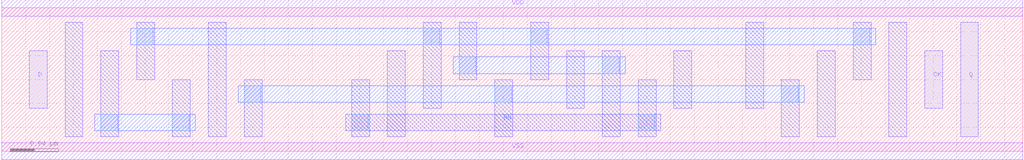
<source format=lef>
VERSION 5.8 ;
BUSBITCHARS "[]" ;
DIVIDERCHAR "/" ;
CLEARANCEMEASURE EUCLIDEAN ;

SITE coresite
    SIZE 0.0450 BY 0.1200 ;
    CLASS CORE ;
    SYMMETRY Y ;
END coresite

MACRO OAI22_X2_5T_2F_45CPP_24M0P_30M1P_24M2P_2MPO_ET_BPR
  CLASS CORE ;
  ORIGIN 0 0 ;
  FOREIGN OAI22_X2_5T_2F_45CPP_24M0P_30M1P_24M2P_2MPO_ET_BPR 0 0 ;
  SIZE 0.4950 BY 0.1200 ;
  SYMMETRY X Y ;
  SITE coresite ;
  PIN A1
    DIRECTION INPUT ;
    USE SIGNAL ;
    PORT
      LAYER M1 ;
        RECT 0.2925 0.1080 0.3075 0.0360 ;
    END
  END A1
  PIN ZN
    DIRECTION OUTPUT ;
    USE SIGNAL ;
    PORT
      LAYER M2 ;
        RECT 0.1980 0.0170 0.4320 0.0310 ;
    END
  END ZN
  PIN A2
    DIRECTION INPUT ;
    USE SIGNAL ;
    PORT
      LAYER M1 ;
        RECT 0.4425 0.1080 0.4575 0.0360 ;
    END
  END A2
  PIN B1
    DIRECTION INPUT ;
    USE SIGNAL ;
    PORT
      LAYER M1 ;
        RECT 0.1425 0.0840 0.1575 0.0360 ;
    END
  END B1
  PIN B2
    DIRECTION INPUT ;
    USE SIGNAL ;
    PORT
      LAYER M1 ;
        RECT 0.0525 0.0840 0.0675 0.0360 ;
    END
  END B2
  PIN VDD
    DIRECTION INOUT ;
    USE POWER ;
    SHAPE ABUTMENT ;
    PORT
      LAYER M0 ;
        RECT 0.0000 0.1130 0.4950 0.1270 ;
    END
  END VDD
  PIN VSS
    DIRECTION INOUT ;
    USE GROUND ;
    SHAPE ABUTMENT ;
    PORT
      LAYER M0 ;
        RECT 0.0000 -0.0070 0.4950 0.0070 ;
    END
  END VSS
  OBS
      LAYER V1 ;
        RECT 0.3830 0.0650 0.3970 0.0790 ;
        RECT 0.2330 0.0650 0.2470 0.0790 ;
        RECT 0.4130 0.0170 0.4270 0.0310 ;
        RECT 0.2030 0.0170 0.2170 0.0310 ;
      LAYER M1 ;
        RECT 0.3825 0.1080 0.3975 0.0600 ;
        RECT 0.2325 0.0840 0.2475 0.0360 ;
        RECT 0.2025 0.1080 0.2175 0.0120 ;
        RECT 0.4125 0.0600 0.4275 0.0120 ;
      LAYER M2 ;
        RECT 0.2280 0.0650 0.4020 0.0790 ;
  END
END OAI22_X2_5T_2F_45CPP_24M0P_30M1P_24M2P_2MPO_ET_BPR

MACRO OR3_X1_5T_2F_45CPP_24M0P_30M1P_24M2P_2MPO_ET_BPR
  CLASS CORE ;
  ORIGIN 0 0 ;
  FOREIGN OR3_X1_5T_2F_45CPP_24M0P_30M1P_24M2P_2MPO_ET_BPR 0 0 ;
  SIZE 0.2250 BY 0.1200 ;
  SYMMETRY X Y ;
  SITE coresite ;
  PIN Z
    DIRECTION OUTPUT ;
    USE SIGNAL ;
    PORT
      LAYER M1 ;
        RECT 0.1725 0.0840 0.1875 0.0120 ;
    END
  END Z
  PIN A1
    DIRECTION INPUT ;
    USE SIGNAL ;
    PORT
      LAYER M1 ;
        RECT 0.0225 0.0600 0.0375 0.0120 ;
    END
  END A1
  PIN A2
    DIRECTION INPUT ;
    USE SIGNAL ;
    PORT
      LAYER M1 ;
        RECT 0.0825 0.0840 0.0975 0.0360 ;
    END
  END A2
  PIN A3
    DIRECTION INPUT ;
    USE SIGNAL ;
    PORT
      LAYER M1 ;
        RECT 0.1125 0.0600 0.1275 0.0120 ;
    END
  END A3
  PIN VDD
    DIRECTION INOUT ;
    USE POWER ;
    SHAPE ABUTMENT ;
    PORT
      LAYER M0 ;
        RECT 0.0000 0.1130 0.2250 0.1270 ;
    END
  END VDD
  PIN VSS
    DIRECTION INOUT ;
    USE GROUND ;
    SHAPE ABUTMENT ;
    PORT
      LAYER M0 ;
        RECT 0.0000 -0.0070 0.2250 0.0070 ;
    END
  END VSS
END OR3_X1_5T_2F_45CPP_24M0P_30M1P_24M2P_2MPO_ET_BPR

MACRO NOR4_X2_5T_2F_45CPP_24M0P_30M1P_24M2P_2MPO_ET_BPR
  CLASS CORE ;
  ORIGIN 0 0 ;
  FOREIGN NOR4_X2_5T_2F_45CPP_24M0P_30M1P_24M2P_2MPO_ET_BPR 0 0 ;
  SIZE 0.4950 BY 0.1200 ;
  SYMMETRY X Y ;
  SITE coresite ;
  PIN A4
    DIRECTION INPUT ;
    USE SIGNAL ;
    PORT
      LAYER M1 ;
        RECT 0.4425 0.0600 0.4575 0.0120 ;
    END
  END A4
  PIN A3
    DIRECTION INPUT ;
    USE SIGNAL ;
    PORT
      LAYER M1 ;
        RECT 0.2625 0.0600 0.2775 0.0120 ;
    END
  END A3
  PIN A2
    DIRECTION INPUT ;
    USE SIGNAL ;
    PORT
      LAYER M1 ;
        RECT 0.2025 0.0600 0.2175 0.0120 ;
    END
  END A2
  PIN A1
    DIRECTION INPUT ;
    USE SIGNAL ;
    PORT
      LAYER M1 ;
        RECT 0.0825 0.0600 0.0975 0.0120 ;
    END
  END A1
  PIN ZN
    DIRECTION OUTPUT ;
    USE SIGNAL ;
    PORT
      LAYER M1 ;
        RECT 0.0525 0.0840 0.0675 0.0360 ;
    END
  END ZN
  PIN VDD
    DIRECTION INOUT ;
    USE POWER ;
    SHAPE ABUTMENT ;
    PORT
      LAYER M0 ;
        RECT 0.0000 0.1130 0.4950 0.1270 ;
    END
  END VDD
  PIN VSS
    DIRECTION INOUT ;
    USE GROUND ;
    SHAPE ABUTMENT ;
    PORT
      LAYER M0 ;
        RECT 0.0000 -0.0070 0.4950 0.0070 ;
    END
  END VSS
END NOR4_X2_5T_2F_45CPP_24M0P_30M1P_24M2P_2MPO_ET_BPR

MACRO NAND2_X1_5T_2F_45CPP_24M0P_30M1P_24M2P_2MPO_ET_BPR
  CLASS CORE ;
  ORIGIN 0 0 ;
  FOREIGN NAND2_X1_5T_2F_45CPP_24M0P_30M1P_24M2P_2MPO_ET_BPR 0 0 ;
  SIZE 0.1350 BY 0.1200 ;
  SYMMETRY X Y ;
  SITE coresite ;
  PIN ZN
    DIRECTION OUTPUT ;
    USE SIGNAL ;
    PORT
      LAYER M1 ;
        RECT 0.0825 0.0840 0.0975 0.0360 ;
    END
  END ZN
  PIN A1
    DIRECTION INPUT ;
    USE SIGNAL ;
    PORT
      LAYER M1 ;
        RECT 0.1125 0.0600 0.1275 0.0120 ;
    END
  END A1
  PIN A2
    DIRECTION INPUT ;
    USE SIGNAL ;
    PORT
      LAYER M1 ;
        RECT 0.0225 0.0600 0.0375 0.0120 ;
    END
  END A2
  PIN VDD
    DIRECTION INOUT ;
    USE POWER ;
    SHAPE ABUTMENT ;
    PORT
      LAYER M0 ;
        RECT 0.0000 0.1130 0.1350 0.1270 ;
    END
  END VDD
  PIN VSS
    DIRECTION INOUT ;
    USE GROUND ;
    SHAPE ABUTMENT ;
    PORT
      LAYER M0 ;
        RECT 0.0000 -0.0070 0.1350 0.0070 ;
    END
  END VSS
END NAND2_X1_5T_2F_45CPP_24M0P_30M1P_24M2P_2MPO_ET_BPR

MACRO AOI22_X1_5T_2F_45CPP_24M0P_30M1P_24M2P_2MPO_ET_BPR
  CLASS CORE ;
  ORIGIN 0 0 ;
  FOREIGN AOI22_X1_5T_2F_45CPP_24M0P_30M1P_24M2P_2MPO_ET_BPR 0 0 ;
  SIZE 0.2250 BY 0.1200 ;
  SYMMETRY X Y ;
  SITE coresite ;
  PIN A2
    DIRECTION INPUT ;
    USE SIGNAL ;
    PORT
      LAYER M1 ;
        RECT 0.1725 0.0600 0.1875 0.0120 ;
    END
  END A2
  PIN A1
    DIRECTION INPUT ;
    USE SIGNAL ;
    PORT
      LAYER M1 ;
        RECT 0.1425 0.0600 0.1575 0.0120 ;
    END
  END A1
  PIN ZN
    DIRECTION OUTPUT ;
    USE SIGNAL ;
    PORT
      LAYER M1 ;
        RECT 0.1125 0.0840 0.1275 0.0120 ;
    END
  END ZN
  PIN B1
    DIRECTION INPUT ;
    USE SIGNAL ;
    PORT
      LAYER M1 ;
        RECT 0.0825 0.0840 0.0975 0.0360 ;
    END
  END B1
  PIN B2
    DIRECTION INPUT ;
    USE SIGNAL ;
    PORT
      LAYER M1 ;
        RECT 0.0225 0.0600 0.0375 0.0120 ;
    END
  END B2
  PIN VDD
    DIRECTION INOUT ;
    USE POWER ;
    SHAPE ABUTMENT ;
    PORT
      LAYER M0 ;
        RECT 0.0000 0.1130 0.2250 0.1270 ;
    END
  END VDD
  PIN VSS
    DIRECTION INOUT ;
    USE GROUND ;
    SHAPE ABUTMENT ;
    PORT
      LAYER M0 ;
        RECT 0.0000 -0.0070 0.2250 0.0070 ;
    END
  END VSS
END AOI22_X1_5T_2F_45CPP_24M0P_30M1P_24M2P_2MPO_ET_BPR

MACRO BUF_X2_5T_2F_45CPP_24M0P_30M1P_24M2P_2MPO_ET_BPR
  CLASS CORE ;
  ORIGIN 0 0 ;
  FOREIGN BUF_X2_5T_2F_45CPP_24M0P_30M1P_24M2P_2MPO_ET_BPR 0 0 ;
  SIZE 0.1800 BY 0.1200 ;
  SYMMETRY X Y ;
  SITE coresite ;
  PIN Z
    DIRECTION OUTPUT ;
    USE SIGNAL ;
    PORT
      LAYER M1 ;
        RECT 0.0825 0.0840 0.0975 0.0120 ;
    END
  END Z
  PIN I
    DIRECTION INPUT ;
    USE SIGNAL ;
    PORT
      LAYER M1 ;
        RECT 0.0225 0.0600 0.0375 0.0120 ;
    END
  END I
  PIN VDD
    DIRECTION INOUT ;
    USE POWER ;
    SHAPE ABUTMENT ;
    PORT
      LAYER M0 ;
        RECT 0.0000 0.1130 0.1800 0.1270 ;
    END
  END VDD
  PIN VSS
    DIRECTION INOUT ;
    USE GROUND ;
    SHAPE ABUTMENT ;
    PORT
      LAYER M0 ;
        RECT 0.0000 -0.0070 0.1800 0.0070 ;
    END
  END VSS
END BUF_X2_5T_2F_45CPP_24M0P_30M1P_24M2P_2MPO_ET_BPR

MACRO NOR2_X2_5T_2F_45CPP_24M0P_30M1P_24M2P_2MPO_ET_BPR
  CLASS CORE ;
  ORIGIN 0 0 ;
  FOREIGN NOR2_X2_5T_2F_45CPP_24M0P_30M1P_24M2P_2MPO_ET_BPR 0 0 ;
  SIZE 0.2250 BY 0.1200 ;
  SYMMETRY X Y ;
  SITE coresite ;
  PIN A2
    DIRECTION INPUT ;
    USE SIGNAL ;
    PORT
      LAYER M1 ;
        RECT 0.1425 0.0840 0.1575 0.0360 ;
    END
  END A2
  PIN A1
    DIRECTION INPUT ;
    USE SIGNAL ;
    PORT
      LAYER M1 ;
        RECT 0.0525 0.0600 0.0675 0.0120 ;
    END
  END A1
  PIN ZN
    DIRECTION OUTPUT ;
    USE SIGNAL ;
    PORT
      LAYER M1 ;
        RECT 0.0825 0.0840 0.0975 0.0360 ;
    END
  END ZN
  PIN VDD
    DIRECTION INOUT ;
    USE POWER ;
    SHAPE ABUTMENT ;
    PORT
      LAYER M0 ;
        RECT 0.0000 0.1130 0.2250 0.1270 ;
    END
  END VDD
  PIN VSS
    DIRECTION INOUT ;
    USE GROUND ;
    SHAPE ABUTMENT ;
    PORT
      LAYER M0 ;
        RECT 0.0000 -0.0070 0.2250 0.0070 ;
    END
  END VSS
END NOR2_X2_5T_2F_45CPP_24M0P_30M1P_24M2P_2MPO_ET_BPR

MACRO NAND4_X1_5T_2F_45CPP_24M0P_30M1P_24M2P_2MPO_ET_BPR
  CLASS CORE ;
  ORIGIN 0 0 ;
  FOREIGN NAND4_X1_5T_2F_45CPP_24M0P_30M1P_24M2P_2MPO_ET_BPR 0 0 ;
  SIZE 0.2250 BY 0.1200 ;
  SYMMETRY X Y ;
  SITE coresite ;
  PIN ZN
    DIRECTION OUTPUT ;
    USE SIGNAL ;
    PORT
      LAYER M1 ;
        RECT 0.1725 0.0840 0.1875 0.0360 ;
    END
  END ZN
  PIN A1
    DIRECTION INPUT ;
    USE SIGNAL ;
    PORT
      LAYER M1 ;
        RECT 0.2025 0.0600 0.2175 0.0120 ;
    END
  END A1
  PIN A2
    DIRECTION INPUT ;
    USE SIGNAL ;
    PORT
      LAYER M1 ;
        RECT 0.1125 0.0600 0.1275 0.0120 ;
    END
  END A2
  PIN A3
    DIRECTION INPUT ;
    USE SIGNAL ;
    PORT
      LAYER M1 ;
        RECT 0.0825 0.0840 0.0975 0.0360 ;
    END
  END A3
  PIN A4
    DIRECTION INPUT ;
    USE SIGNAL ;
    PORT
      LAYER M1 ;
        RECT 0.0225 0.0600 0.0375 0.0120 ;
    END
  END A4
  PIN VDD
    DIRECTION INOUT ;
    USE POWER ;
    SHAPE ABUTMENT ;
    PORT
      LAYER M0 ;
        RECT 0.0000 0.1130 0.2250 0.1270 ;
    END
  END VDD
  PIN VSS
    DIRECTION INOUT ;
    USE GROUND ;
    SHAPE ABUTMENT ;
    PORT
      LAYER M0 ;
        RECT 0.0000 -0.0070 0.2250 0.0070 ;
    END
  END VSS
END NAND4_X1_5T_2F_45CPP_24M0P_30M1P_24M2P_2MPO_ET_BPR

MACRO AND3_X1_5T_2F_45CPP_24M0P_30M1P_24M2P_2MPO_ET_BPR
  CLASS CORE ;
  ORIGIN 0 0 ;
  FOREIGN AND3_X1_5T_2F_45CPP_24M0P_30M1P_24M2P_2MPO_ET_BPR 0 0 ;
  SIZE 0.2250 BY 0.1200 ;
  SYMMETRY X Y ;
  SITE coresite ;
  PIN Z
    DIRECTION OUTPUT ;
    USE SIGNAL ;
    PORT
      LAYER M1 ;
        RECT 0.0225 0.0840 0.0375 0.0120 ;
    END
  END Z
  PIN A1
    DIRECTION INPUT ;
    USE SIGNAL ;
    PORT
      LAYER M1 ;
        RECT 0.2025 0.0600 0.2175 0.0120 ;
    END
  END A1
  PIN A2
    DIRECTION INPUT ;
    USE SIGNAL ;
    PORT
      LAYER M1 ;
        RECT 0.1125 0.0600 0.1275 0.0120 ;
    END
  END A2
  PIN A3
    DIRECTION INPUT ;
    USE SIGNAL ;
    PORT
      LAYER M1 ;
        RECT 0.0825 0.0600 0.0975 0.0120 ;
    END
  END A3
  PIN VDD
    DIRECTION INOUT ;
    USE POWER ;
    SHAPE ABUTMENT ;
    PORT
      LAYER M0 ;
        RECT 0.0000 0.1130 0.2250 0.1270 ;
    END
  END VDD
  PIN VSS
    DIRECTION INOUT ;
    USE GROUND ;
    SHAPE ABUTMENT ;
    PORT
      LAYER M0 ;
        RECT 0.0000 -0.0070 0.2250 0.0070 ;
    END
  END VSS
  OBS
      LAYER M1 ;
        RECT 0.1725 0.1080 0.1875 0.0360 ;
  END
END AND3_X1_5T_2F_45CPP_24M0P_30M1P_24M2P_2MPO_ET_BPR

MACRO MUX2_X1_5T_2F_45CPP_24M0P_30M1P_24M2P_2MPO_ET_BPR
  CLASS CORE ;
  ORIGIN 0 0 ;
  FOREIGN MUX2_X1_5T_2F_45CPP_24M0P_30M1P_24M2P_2MPO_ET_BPR 0 0 ;
  SIZE 0.3600 BY 0.1200 ;
  SYMMETRY X Y ;
  SITE coresite ;
  PIN Z
    DIRECTION OUTPUT ;
    USE SIGNAL ;
    PORT
      LAYER M1 ;
        RECT 0.0225 0.0840 0.0375 0.0120 ;
    END
  END Z
  PIN I0
    DIRECTION INPUT ;
    USE SIGNAL ;
    PORT
      LAYER M1 ;
        RECT 0.2025 0.0840 0.2175 0.0120 ;
    END
  END I0
  PIN I1
    DIRECTION INPUT ;
    USE SIGNAL ;
    PORT
      LAYER M1 ;
        RECT 0.0825 0.0840 0.0975 0.0120 ;
    END
  END I1
  PIN S
    DIRECTION INPUT ;
    USE SIGNAL ;
    PORT
      LAYER M1 ;
        RECT 0.2925 0.0840 0.3075 0.0360 ;
    END
  END S
  PIN VDD
    DIRECTION INOUT ;
    USE POWER ;
    SHAPE ABUTMENT ;
    PORT
      LAYER M0 ;
        RECT 0.0000 0.1130 0.3600 0.1270 ;
    END
  END VDD
  PIN VSS
    DIRECTION INOUT ;
    USE GROUND ;
    SHAPE ABUTMENT ;
    PORT
      LAYER M0 ;
        RECT 0.0000 -0.0070 0.3600 0.0070 ;
    END
  END VSS
  OBS
      LAYER V1 ;
        RECT 0.3230 0.0170 0.3370 0.0310 ;
        RECT 0.1130 0.0170 0.1270 0.0310 ;
      LAYER M1 ;
        RECT 0.2625 0.1080 0.2775 0.0120 ;
        RECT 0.1425 0.0840 0.1575 0.0120 ;
        RECT 0.3225 0.0600 0.3375 0.0120 ;
        RECT 0.1125 0.0600 0.1275 0.0120 ;
      LAYER M2 ;
        RECT 0.1080 0.0170 0.3420 0.0310 ;
  END
END MUX2_X1_5T_2F_45CPP_24M0P_30M1P_24M2P_2MPO_ET_BPR

MACRO AOI21_X2_5T_2F_45CPP_24M0P_30M1P_24M2P_2MPO_ET_BPR
  CLASS CORE ;
  ORIGIN 0 0 ;
  FOREIGN AOI21_X2_5T_2F_45CPP_24M0P_30M1P_24M2P_2MPO_ET_BPR 0 0 ;
  SIZE 0.4050 BY 0.1200 ;
  SYMMETRY X Y ;
  SITE coresite ;
  PIN A1
    DIRECTION INPUT ;
    USE SIGNAL ;
    PORT
      LAYER M1 ;
        RECT 0.3225 0.0840 0.3375 0.0360 ;
    END
  END A1
  PIN A2
    DIRECTION INPUT ;
    USE SIGNAL ;
    PORT
      LAYER M1 ;
        RECT 0.0525 0.0840 0.0675 0.0120 ;
    END
  END A2
  PIN ZN
    DIRECTION OUTPUT ;
    USE SIGNAL ;
    PORT
      LAYER M2 ;
        RECT 0.1080 0.0170 0.1620 0.0310 ;
    END
  END ZN
  PIN B
    DIRECTION INPUT ;
    USE SIGNAL ;
    PORT
      LAYER M1 ;
        RECT 0.2025 0.1080 0.2175 0.0600 ;
    END
  END B
  PIN VDD
    DIRECTION INOUT ;
    USE POWER ;
    SHAPE ABUTMENT ;
    PORT
      LAYER M0 ;
        RECT 0.0000 0.1130 0.4050 0.1270 ;
    END
  END VDD
  PIN VSS
    DIRECTION INOUT ;
    USE GROUND ;
    SHAPE ABUTMENT ;
    PORT
      LAYER M0 ;
        RECT 0.0000 -0.0070 0.4050 0.0070 ;
    END
  END VSS
  OBS
      LAYER V1 ;
        RECT 0.3830 0.0170 0.3970 0.0310 ;
        RECT 0.2330 0.0170 0.2470 0.0310 ;
        RECT 0.1430 0.0170 0.1570 0.0310 ;
        RECT 0.1130 0.0170 0.1270 0.0310 ;
      LAYER M1 ;
        RECT 0.2325 0.1080 0.2475 0.0120 ;
        RECT 0.3825 0.0840 0.3975 0.0120 ;
        RECT 0.3525 0.1080 0.3675 0.0120 ;
        RECT 0.1425 0.0600 0.1575 0.0120 ;
        RECT 0.1125 0.0840 0.1275 0.0120 ;
      LAYER M2 ;
        RECT 0.2280 0.0170 0.4020 0.0310 ;
  END
END AOI21_X2_5T_2F_45CPP_24M0P_30M1P_24M2P_2MPO_ET_BPR

MACRO INV_X2_5T_2F_45CPP_24M0P_30M1P_24M2P_2MPO_ET_BPR
  CLASS CORE ;
  ORIGIN 0 0 ;
  FOREIGN INV_X2_5T_2F_45CPP_24M0P_30M1P_24M2P_2MPO_ET_BPR 0 0 ;
  SIZE 0.1350 BY 0.1200 ;
  SYMMETRY X Y ;
  SITE coresite ;
  PIN ZN
    DIRECTION OUTPUT ;
    USE SIGNAL ;
    PORT
      LAYER M1 ;
        RECT 0.0525 0.0840 0.0675 0.0120 ;
    END
  END ZN
  PIN I
    DIRECTION INPUT ;
    USE SIGNAL ;
    PORT
      LAYER M1 ;
        RECT 0.0825 0.0600 0.0975 0.0120 ;
    END
  END I
  PIN VDD
    DIRECTION INOUT ;
    USE POWER ;
    SHAPE ABUTMENT ;
    PORT
      LAYER M0 ;
        RECT 0.0000 0.1130 0.1350 0.1270 ;
    END
  END VDD
  PIN VSS
    DIRECTION INOUT ;
    USE GROUND ;
    SHAPE ABUTMENT ;
    PORT
      LAYER M0 ;
        RECT 0.0000 -0.0070 0.1350 0.0070 ;
    END
  END VSS
END INV_X2_5T_2F_45CPP_24M0P_30M1P_24M2P_2MPO_ET_BPR

MACRO OR2_X1_5T_2F_45CPP_24M0P_30M1P_24M2P_2MPO_ET_BPR
  CLASS CORE ;
  ORIGIN 0 0 ;
  FOREIGN OR2_X1_5T_2F_45CPP_24M0P_30M1P_24M2P_2MPO_ET_BPR 0 0 ;
  SIZE 0.1800 BY 0.1200 ;
  SYMMETRY X Y ;
  SITE coresite ;
  PIN Z
    DIRECTION OUTPUT ;
    USE SIGNAL ;
    PORT
      LAYER M1 ;
        RECT 0.1425 0.0840 0.1575 0.0120 ;
    END
  END Z
  PIN A1
    DIRECTION INPUT ;
    USE SIGNAL ;
    PORT
      LAYER M1 ;
        RECT 0.0225 0.0600 0.0375 0.0120 ;
    END
  END A1
  PIN A2
    DIRECTION INPUT ;
    USE SIGNAL ;
    PORT
      LAYER M1 ;
        RECT 0.0825 0.0600 0.0975 0.0120 ;
    END
  END A2
  PIN VDD
    DIRECTION INOUT ;
    USE POWER ;
    SHAPE ABUTMENT ;
    PORT
      LAYER M0 ;
        RECT 0.0000 0.1130 0.1800 0.1270 ;
    END
  END VDD
  PIN VSS
    DIRECTION INOUT ;
    USE GROUND ;
    SHAPE ABUTMENT ;
    PORT
      LAYER M0 ;
        RECT 0.0000 -0.0070 0.1800 0.0070 ;
    END
  END VSS
END OR2_X1_5T_2F_45CPP_24M0P_30M1P_24M2P_2MPO_ET_BPR

MACRO DFFRNQ_X1_5T_2F_45CPP_24M0P_30M1P_24M2P_2MPO_ET_BPR
  CLASS CORE ;
  ORIGIN 0 0 ;
  FOREIGN DFFRNQ_X1_5T_2F_45CPP_24M0P_30M1P_24M2P_2MPO_ET_BPR 0 0 ;
  SIZE 0.8550 BY 0.1200 ;
  SYMMETRY X Y ;
  SITE coresite ;
  PIN Q
    DIRECTION OUTPUT ;
    USE SIGNAL ;
    PORT
      LAYER M1 ;
        RECT 0.8025 0.1080 0.8175 0.0120 ;
    END
  END Q
  PIN RN
    DIRECTION INPUT ;
    USE SIGNAL ;
    PORT
      LAYER M2 ;
        RECT 0.2880 0.0170 0.5520 0.0310 ;
    END
  END RN
  PIN D
    DIRECTION INPUT ;
    USE SIGNAL ;
    PORT
      LAYER M1 ;
        RECT 0.0225 0.0840 0.0375 0.0360 ;
    END
  END D
  PIN CK
    DIRECTION INPUT ;
    USE SIGNAL ;
    PORT
      LAYER M1 ;
        RECT 0.7725 0.0840 0.7875 0.0360 ;
    END
  END CK
  PIN VDD
    DIRECTION INOUT ;
    USE POWER ;
    SHAPE ABUTMENT ;
    PORT
      LAYER M0 ;
        RECT 0.0000 0.1130 0.8550 0.1270 ;
    END
  END VDD
  PIN VSS
    DIRECTION INOUT ;
    USE GROUND ;
    SHAPE ABUTMENT ;
    PORT
      LAYER M0 ;
        RECT 0.0000 -0.0070 0.8550 0.0070 ;
    END
  END VSS
  OBS
      LAYER V1 ;
        RECT 0.1430 0.0170 0.1570 0.0310 ;
        RECT 0.0830 0.0170 0.0970 0.0310 ;
        RECT 0.6530 0.0410 0.6670 0.0550 ;
        RECT 0.4130 0.0410 0.4270 0.0550 ;
        RECT 0.2030 0.0410 0.2170 0.0550 ;
        RECT 0.5030 0.0650 0.5170 0.0790 ;
        RECT 0.3830 0.0650 0.3970 0.0790 ;
        RECT 0.7130 0.0890 0.7270 0.1030 ;
        RECT 0.4430 0.0890 0.4570 0.1030 ;
        RECT 0.3530 0.0890 0.3670 0.1030 ;
        RECT 0.1130 0.0890 0.1270 0.1030 ;
        RECT 0.5330 0.0170 0.5470 0.0310 ;
        RECT 0.2930 0.0170 0.3070 0.0310 ;
      LAYER M1 ;
        RECT 0.0825 0.0840 0.0975 0.0120 ;
        RECT 0.7425 0.1080 0.7575 0.0120 ;
        RECT 0.1725 0.1080 0.1875 0.0120 ;
        RECT 0.5025 0.0840 0.5175 0.0120 ;
        RECT 0.4725 0.0840 0.4875 0.0360 ;
        RECT 0.3825 0.1080 0.3975 0.0600 ;
        RECT 0.3525 0.1080 0.3675 0.0360 ;
        RECT 0.4125 0.0600 0.4275 0.0120 ;
        RECT 0.0525 0.1080 0.0675 0.0120 ;
        RECT 0.4425 0.1080 0.4575 0.0600 ;
        RECT 0.3225 0.0840 0.3375 0.0120 ;
        RECT 0.6825 0.0840 0.6975 0.0120 ;
        RECT 0.2025 0.0600 0.2175 0.0120 ;
        RECT 0.1425 0.0600 0.1575 0.0120 ;
        RECT 0.1125 0.1080 0.1275 0.0600 ;
        RECT 0.6225 0.1080 0.6375 0.0360 ;
        RECT 0.7125 0.1080 0.7275 0.0600 ;
        RECT 0.6525 0.0600 0.6675 0.0120 ;
        RECT 0.5325 0.0600 0.5475 0.0120 ;
        RECT 0.2925 0.0600 0.3075 0.0120 ;
        RECT 0.5625 0.0840 0.5775 0.0360 ;
      LAYER M2 ;
        RECT 0.1080 0.0890 0.7320 0.1030 ;
        RECT 0.1980 0.0410 0.6720 0.0550 ;
        RECT 0.3780 0.0650 0.5220 0.0790 ;
        RECT 0.0780 0.0170 0.1620 0.0310 ;
  END
END DFFRNQ_X1_5T_2F_45CPP_24M0P_30M1P_24M2P_2MPO_ET_BPR

MACRO OAI21_X1_5T_2F_45CPP_24M0P_30M1P_24M2P_2MPO_ET_BPR
  CLASS CORE ;
  ORIGIN 0 0 ;
  FOREIGN OAI21_X1_5T_2F_45CPP_24M0P_30M1P_24M2P_2MPO_ET_BPR 0 0 ;
  SIZE 0.1800 BY 0.1200 ;
  SYMMETRY X Y ;
  SITE coresite ;
  PIN B
    DIRECTION INPUT ;
    USE SIGNAL ;
    PORT
      LAYER M1 ;
        RECT 0.1425 0.0600 0.1575 0.0120 ;
    END
  END B
  PIN A1
    DIRECTION INPUT ;
    USE SIGNAL ;
    PORT
      LAYER M1 ;
        RECT 0.1125 0.0840 0.1275 0.0360 ;
    END
  END A1
  PIN ZN
    DIRECTION OUTPUT ;
    USE SIGNAL ;
    PORT
      LAYER M1 ;
        RECT 0.0825 0.1080 0.0975 0.0120 ;
    END
  END ZN
  PIN A2
    DIRECTION INPUT ;
    USE SIGNAL ;
    PORT
      LAYER M1 ;
        RECT 0.0225 0.0840 0.0375 0.0360 ;
    END
  END A2
  PIN VDD
    DIRECTION INOUT ;
    USE POWER ;
    SHAPE ABUTMENT ;
    PORT
      LAYER M0 ;
        RECT 0.0000 0.1130 0.1800 0.1270 ;
    END
  END VDD
  PIN VSS
    DIRECTION INOUT ;
    USE GROUND ;
    SHAPE ABUTMENT ;
    PORT
      LAYER M0 ;
        RECT 0.0000 -0.0070 0.1800 0.0070 ;
    END
  END VSS
END OAI21_X1_5T_2F_45CPP_24M0P_30M1P_24M2P_2MPO_ET_BPR

MACRO NAND3_X1_5T_2F_45CPP_24M0P_30M1P_24M2P_2MPO_ET_BPR
  CLASS CORE ;
  ORIGIN 0 0 ;
  FOREIGN NAND3_X1_5T_2F_45CPP_24M0P_30M1P_24M2P_2MPO_ET_BPR 0 0 ;
  SIZE 0.1800 BY 0.1200 ;
  SYMMETRY X Y ;
  SITE coresite ;
  PIN ZN
    DIRECTION OUTPUT ;
    USE SIGNAL ;
    PORT
      LAYER M1 ;
        RECT 0.1425 0.0840 0.1575 0.0120 ;
    END
  END ZN
  PIN A1
    DIRECTION INPUT ;
    USE SIGNAL ;
    PORT
      LAYER M1 ;
        RECT 0.1125 0.1080 0.1275 0.0600 ;
    END
  END A1
  PIN A2
    DIRECTION INPUT ;
    USE SIGNAL ;
    PORT
      LAYER M1 ;
        RECT 0.0825 0.0600 0.0975 0.0120 ;
    END
  END A2
  PIN A3
    DIRECTION INPUT ;
    USE SIGNAL ;
    PORT
      LAYER M1 ;
        RECT 0.0225 0.0600 0.0375 0.0120 ;
    END
  END A3
  PIN VDD
    DIRECTION INOUT ;
    USE POWER ;
    SHAPE ABUTMENT ;
    PORT
      LAYER M0 ;
        RECT 0.0000 0.1130 0.1800 0.1270 ;
    END
  END VDD
  PIN VSS
    DIRECTION INOUT ;
    USE GROUND ;
    SHAPE ABUTMENT ;
    PORT
      LAYER M0 ;
        RECT 0.0000 -0.0070 0.1800 0.0070 ;
    END
  END VSS
END NAND3_X1_5T_2F_45CPP_24M0P_30M1P_24M2P_2MPO_ET_BPR

MACRO NOR3_X2_5T_2F_45CPP_24M0P_30M1P_24M2P_2MPO_ET_BPR
  CLASS CORE ;
  ORIGIN 0 0 ;
  FOREIGN NOR3_X2_5T_2F_45CPP_24M0P_30M1P_24M2P_2MPO_ET_BPR 0 0 ;
  SIZE 0.3600 BY 0.1200 ;
  SYMMETRY X Y ;
  SITE coresite ;
  PIN A3
    DIRECTION INPUT ;
    USE SIGNAL ;
    PORT
      LAYER M1 ;
        RECT 0.2625 0.0840 0.2775 0.0360 ;
    END
  END A3
  PIN A2
    DIRECTION INPUT ;
    USE SIGNAL ;
    PORT
      LAYER M1 ;
        RECT 0.1725 0.0840 0.1875 0.0360 ;
    END
  END A2
  PIN A1
    DIRECTION INPUT ;
    USE SIGNAL ;
    PORT
      LAYER M1 ;
        RECT 0.0825 0.0600 0.0975 0.0120 ;
    END
  END A1
  PIN ZN
    DIRECTION OUTPUT ;
    USE SIGNAL ;
    PORT
      LAYER M1 ;
        RECT 0.0525 0.0840 0.0675 0.0120 ;
    END
  END ZN
  PIN VDD
    DIRECTION INOUT ;
    USE POWER ;
    SHAPE ABUTMENT ;
    PORT
      LAYER M0 ;
        RECT 0.0000 0.1130 0.3600 0.1270 ;
    END
  END VDD
  PIN VSS
    DIRECTION INOUT ;
    USE GROUND ;
    SHAPE ABUTMENT ;
    PORT
      LAYER M0 ;
        RECT 0.0000 -0.0070 0.3600 0.0070 ;
    END
  END VSS
END NOR3_X2_5T_2F_45CPP_24M0P_30M1P_24M2P_2MPO_ET_BPR

MACRO AND2_X1_5T_2F_45CPP_24M0P_30M1P_24M2P_2MPO_ET_BPR
  CLASS CORE ;
  ORIGIN 0 0 ;
  FOREIGN AND2_X1_5T_2F_45CPP_24M0P_30M1P_24M2P_2MPO_ET_BPR 0 0 ;
  SIZE 0.1800 BY 0.1200 ;
  SYMMETRY X Y ;
  SITE coresite ;
  PIN Z
    DIRECTION OUTPUT ;
    USE SIGNAL ;
    PORT
      LAYER M1 ;
        RECT 0.1425 0.0840 0.1575 0.0120 ;
    END
  END Z
  PIN A1
    DIRECTION INPUT ;
    USE SIGNAL ;
    PORT
      LAYER M1 ;
        RECT 0.0225 0.0600 0.0375 0.0120 ;
    END
  END A1
  PIN A2
    DIRECTION INPUT ;
    USE SIGNAL ;
    PORT
      LAYER M1 ;
        RECT 0.0825 0.0600 0.0975 0.0120 ;
    END
  END A2
  PIN VDD
    DIRECTION INOUT ;
    USE POWER ;
    SHAPE ABUTMENT ;
    PORT
      LAYER M0 ;
        RECT 0.0000 0.1130 0.1800 0.1270 ;
    END
  END VDD
  PIN VSS
    DIRECTION INOUT ;
    USE GROUND ;
    SHAPE ABUTMENT ;
    PORT
      LAYER M0 ;
        RECT 0.0000 -0.0070 0.1800 0.0070 ;
    END
  END VSS
END AND2_X1_5T_2F_45CPP_24M0P_30M1P_24M2P_2MPO_ET_BPR

MACRO XOR2_X1_5T_2F_45CPP_24M0P_30M1P_24M2P_2MPO_ET_BPR
  CLASS CORE ;
  ORIGIN 0 0 ;
  FOREIGN XOR2_X1_5T_2F_45CPP_24M0P_30M1P_24M2P_2MPO_ET_BPR 0 0 ;
  SIZE 0.2700 BY 0.1200 ;
  SYMMETRY X Y ;
  SITE coresite ;
  PIN Z
    DIRECTION OUTPUT ;
    USE SIGNAL ;
    PORT
      LAYER M1 ;
        RECT 0.1725 0.0840 0.1875 0.0360 ;
    END
  END Z
  PIN A1
    DIRECTION INPUT ;
    USE SIGNAL ;
    PORT
      LAYER M1 ;
        RECT 0.1425 0.0840 0.1575 0.0120 ;
    END
  END A1
  PIN A2
    DIRECTION INPUT ;
    USE SIGNAL ;
    PORT
      LAYER M2 ;
        RECT 0.1080 0.0170 0.2520 0.0310 ;
    END
  END A2
  PIN VDD
    DIRECTION INOUT ;
    USE POWER ;
    SHAPE ABUTMENT ;
    PORT
      LAYER M0 ;
        RECT 0.0000 0.1130 0.2700 0.1270 ;
    END
  END VDD
  PIN VSS
    DIRECTION INOUT ;
    USE GROUND ;
    SHAPE ABUTMENT ;
    PORT
      LAYER M0 ;
        RECT 0.0000 -0.0070 0.2700 0.0070 ;
    END
  END VSS
  OBS
      LAYER V1 ;
        RECT 0.2330 0.0170 0.2470 0.0310 ;
        RECT 0.1130 0.0170 0.1270 0.0310 ;
      LAYER M1 ;
        RECT 0.0825 0.0840 0.0975 0.0360 ;
        RECT 0.1125 0.1080 0.1275 0.0120 ;
        RECT 0.2325 0.0600 0.2475 0.0120 ;
  END
END XOR2_X1_5T_2F_45CPP_24M0P_30M1P_24M2P_2MPO_ET_BPR

MACRO BUF_X1_5T_2F_45CPP_24M0P_30M1P_24M2P_2MPO_ET_BPR
  CLASS CORE ;
  ORIGIN 0 0 ;
  FOREIGN BUF_X1_5T_2F_45CPP_24M0P_30M1P_24M2P_2MPO_ET_BPR 0 0 ;
  SIZE 0.1350 BY 0.1200 ;
  SYMMETRY X Y ;
  SITE coresite ;
  PIN Z
    DIRECTION OUTPUT ;
    USE SIGNAL ;
    PORT
      LAYER M1 ;
        RECT 0.0825 0.0840 0.0975 0.0120 ;
    END
  END Z
  PIN I
    DIRECTION INPUT ;
    USE SIGNAL ;
    PORT
      LAYER M1 ;
        RECT 0.0225 0.0600 0.0375 0.0120 ;
    END
  END I
  PIN VDD
    DIRECTION INOUT ;
    USE POWER ;
    SHAPE ABUTMENT ;
    PORT
      LAYER M0 ;
        RECT 0.0000 0.1130 0.1350 0.1270 ;
    END
  END VDD
  PIN VSS
    DIRECTION INOUT ;
    USE GROUND ;
    SHAPE ABUTMENT ;
    PORT
      LAYER M0 ;
        RECT 0.0000 -0.0070 0.1350 0.0070 ;
    END
  END VSS
END BUF_X1_5T_2F_45CPP_24M0P_30M1P_24M2P_2MPO_ET_BPR

MACRO LHQ_X1_5T_2F_45CPP_24M0P_30M1P_24M2P_2MPO_ET_BPR
  CLASS CORE ;
  ORIGIN 0 0 ;
  FOREIGN LHQ_X1_5T_2F_45CPP_24M0P_30M1P_24M2P_2MPO_ET_BPR 0 0 ;
  SIZE 0.4950 BY 0.1200 ;
  SYMMETRY X Y ;
  SITE coresite ;
  PIN Q
    DIRECTION OUTPUT ;
    USE SIGNAL ;
    PORT
      LAYER M1 ;
        RECT 0.0225 0.1080 0.0375 0.0360 ;
    END
  END Q
  PIN D
    DIRECTION INPUT ;
    USE SIGNAL ;
    PORT
      LAYER M1 ;
        RECT 0.3825 0.1080 0.3975 0.0600 ;
    END
  END D
  PIN E
    DIRECTION INPUT ;
    USE SIGNAL ;
    PORT
      LAYER M1 ;
        RECT 0.0825 0.0600 0.0975 0.0120 ;
    END
  END E
  PIN VDD
    DIRECTION INOUT ;
    USE POWER ;
    SHAPE ABUTMENT ;
    PORT
      LAYER M0 ;
        RECT 0.0000 0.1130 0.4950 0.1270 ;
    END
  END VDD
  PIN VSS
    DIRECTION INOUT ;
    USE GROUND ;
    SHAPE ABUTMENT ;
    PORT
      LAYER M0 ;
        RECT 0.0000 -0.0070 0.4950 0.0070 ;
    END
  END VSS
  OBS
      LAYER V1 ;
        RECT 0.3230 0.0170 0.3370 0.0310 ;
        RECT 0.2930 0.0170 0.3070 0.0310 ;
      LAYER M1 ;
        RECT 0.1125 0.1080 0.1275 0.0360 ;
        RECT 0.2925 0.0600 0.3075 0.0120 ;
        RECT 0.4425 0.1080 0.4575 0.0120 ;
        RECT 0.2625 0.0840 0.2775 0.0120 ;
        RECT 0.3225 0.1080 0.3375 0.0120 ;
        RECT 0.1725 0.1080 0.1875 0.0120 ;
      LAYER M2 ;
        RECT 0.2880 0.0170 0.3420 0.0310 ;
  END
END LHQ_X1_5T_2F_45CPP_24M0P_30M1P_24M2P_2MPO_ET_BPR

MACRO AND3_X2_5T_2F_45CPP_24M0P_30M1P_24M2P_2MPO_ET_BPR
  CLASS CORE ;
  ORIGIN 0 0 ;
  FOREIGN AND3_X2_5T_2F_45CPP_24M0P_30M1P_24M2P_2MPO_ET_BPR 0 0 ;
  SIZE 0.2700 BY 0.1200 ;
  SYMMETRY X Y ;
  SITE coresite ;
  PIN Z
    DIRECTION OUTPUT ;
    USE SIGNAL ;
    PORT
      LAYER M1 ;
        RECT 0.2025 0.1080 0.2175 0.0360 ;
    END
  END Z
  PIN A3
    DIRECTION INPUT ;
    USE SIGNAL ;
    PORT
      LAYER M1 ;
        RECT 0.1425 0.0840 0.1575 0.0360 ;
    END
  END A3
  PIN A1
    DIRECTION INPUT ;
    USE SIGNAL ;
    PORT
      LAYER M1 ;
        RECT 0.0525 0.0840 0.0675 0.0360 ;
    END
  END A1
  PIN A2
    DIRECTION INPUT ;
    USE SIGNAL ;
    PORT
      LAYER M1 ;
        RECT 0.0825 0.0600 0.0975 0.0120 ;
    END
  END A2
  PIN VDD
    DIRECTION INOUT ;
    USE POWER ;
    SHAPE ABUTMENT ;
    PORT
      LAYER M0 ;
        RECT 0.0000 0.1130 0.2700 0.1270 ;
    END
  END VDD
  PIN VSS
    DIRECTION INOUT ;
    USE GROUND ;
    SHAPE ABUTMENT ;
    PORT
      LAYER M0 ;
        RECT 0.0000 -0.0070 0.2700 0.0070 ;
    END
  END VSS
  OBS
      LAYER M1 ;
        RECT 0.0225 0.0840 0.0375 0.0120 ;
  END
END AND3_X2_5T_2F_45CPP_24M0P_30M1P_24M2P_2MPO_ET_BPR

MACRO NOR2_X1_5T_2F_45CPP_24M0P_30M1P_24M2P_2MPO_ET_BPR
  CLASS CORE ;
  ORIGIN 0 0 ;
  FOREIGN NOR2_X1_5T_2F_45CPP_24M0P_30M1P_24M2P_2MPO_ET_BPR 0 0 ;
  SIZE 0.1350 BY 0.1200 ;
  SYMMETRY X Y ;
  SITE coresite ;
  PIN A2
    DIRECTION INPUT ;
    USE SIGNAL ;
    PORT
      LAYER M1 ;
        RECT 0.0825 0.0840 0.0975 0.0360 ;
    END
  END A2
  PIN A1
    DIRECTION INPUT ;
    USE SIGNAL ;
    PORT
      LAYER M1 ;
        RECT 0.0525 0.0600 0.0675 0.0120 ;
    END
  END A1
  PIN ZN
    DIRECTION OUTPUT ;
    USE SIGNAL ;
    PORT
      LAYER M1 ;
        RECT 0.0225 0.0840 0.0375 0.0360 ;
    END
  END ZN
  PIN VDD
    DIRECTION INOUT ;
    USE POWER ;
    SHAPE ABUTMENT ;
    PORT
      LAYER M0 ;
        RECT 0.0000 0.1130 0.1350 0.1270 ;
    END
  END VDD
  PIN VSS
    DIRECTION INOUT ;
    USE GROUND ;
    SHAPE ABUTMENT ;
    PORT
      LAYER M0 ;
        RECT 0.0000 -0.0070 0.1350 0.0070 ;
    END
  END VSS
END NOR2_X1_5T_2F_45CPP_24M0P_30M1P_24M2P_2MPO_ET_BPR

MACRO NAND4_X2_5T_2F_45CPP_24M0P_30M1P_24M2P_2MPO_ET_BPR
  CLASS CORE ;
  ORIGIN 0 0 ;
  FOREIGN NAND4_X2_5T_2F_45CPP_24M0P_30M1P_24M2P_2MPO_ET_BPR 0 0 ;
  SIZE 0.4500 BY 0.1200 ;
  SYMMETRY X Y ;
  SITE coresite ;
  PIN ZN
    DIRECTION OUTPUT ;
    USE SIGNAL ;
    PORT
      LAYER M1 ;
        RECT 0.3825 0.1080 0.3975 0.0360 ;
    END
  END ZN
  PIN A1
    DIRECTION INPUT ;
    USE SIGNAL ;
    PORT
      LAYER M1 ;
        RECT 0.3525 0.0840 0.3675 0.0360 ;
    END
  END A1
  PIN A2
    DIRECTION INPUT ;
    USE SIGNAL ;
    PORT
      LAYER M1 ;
        RECT 0.2625 0.0840 0.2775 0.0360 ;
    END
  END A2
  PIN A3
    DIRECTION INPUT ;
    USE SIGNAL ;
    PORT
      LAYER M1 ;
        RECT 0.1725 0.0840 0.1875 0.0360 ;
    END
  END A3
  PIN A4
    DIRECTION INPUT ;
    USE SIGNAL ;
    PORT
      LAYER M1 ;
        RECT 0.0825 0.0840 0.0975 0.0360 ;
    END
  END A4
  PIN VDD
    DIRECTION INOUT ;
    USE POWER ;
    SHAPE ABUTMENT ;
    PORT
      LAYER M0 ;
        RECT 0.0000 0.1130 0.4500 0.1270 ;
    END
  END VDD
  PIN VSS
    DIRECTION INOUT ;
    USE GROUND ;
    SHAPE ABUTMENT ;
    PORT
      LAYER M0 ;
        RECT 0.0000 -0.0070 0.4500 0.0070 ;
    END
  END VSS
END NAND4_X2_5T_2F_45CPP_24M0P_30M1P_24M2P_2MPO_ET_BPR

MACRO NOR4_X1_5T_2F_45CPP_24M0P_30M1P_24M2P_2MPO_ET_BPR
  CLASS CORE ;
  ORIGIN 0 0 ;
  FOREIGN NOR4_X1_5T_2F_45CPP_24M0P_30M1P_24M2P_2MPO_ET_BPR 0 0 ;
  SIZE 0.2250 BY 0.1200 ;
  SYMMETRY X Y ;
  SITE coresite ;
  PIN A4
    DIRECTION INPUT ;
    USE SIGNAL ;
    PORT
      LAYER M1 ;
        RECT 0.1725 0.0600 0.1875 0.0120 ;
    END
  END A4
  PIN A3
    DIRECTION INPUT ;
    USE SIGNAL ;
    PORT
      LAYER M1 ;
        RECT 0.1425 0.1080 0.1575 0.0600 ;
    END
  END A3
  PIN A2
    DIRECTION INPUT ;
    USE SIGNAL ;
    PORT
      LAYER M1 ;
        RECT 0.0825 0.0600 0.0975 0.0120 ;
    END
  END A2
  PIN A1
    DIRECTION INPUT ;
    USE SIGNAL ;
    PORT
      LAYER M1 ;
        RECT 0.0225 0.0600 0.0375 0.0120 ;
    END
  END A1
  PIN ZN
    DIRECTION OUTPUT ;
    USE SIGNAL ;
    PORT
      LAYER M1 ;
        RECT 0.0525 0.0840 0.0675 0.0360 ;
    END
  END ZN
  PIN VDD
    DIRECTION INOUT ;
    USE POWER ;
    SHAPE ABUTMENT ;
    PORT
      LAYER M0 ;
        RECT 0.0000 0.1130 0.2250 0.1270 ;
    END
  END VDD
  PIN VSS
    DIRECTION INOUT ;
    USE GROUND ;
    SHAPE ABUTMENT ;
    PORT
      LAYER M0 ;
        RECT 0.0000 -0.0070 0.2250 0.0070 ;
    END
  END VSS
END NOR4_X1_5T_2F_45CPP_24M0P_30M1P_24M2P_2MPO_ET_BPR

MACRO AOI22_X2_5T_2F_45CPP_24M0P_30M1P_24M2P_2MPO_ET_BPR
  CLASS CORE ;
  ORIGIN 0 0 ;
  FOREIGN AOI22_X2_5T_2F_45CPP_24M0P_30M1P_24M2P_2MPO_ET_BPR 0 0 ;
  SIZE 0.4950 BY 0.1200 ;
  SYMMETRY X Y ;
  SITE coresite ;
  PIN A1
    DIRECTION INPUT ;
    USE SIGNAL ;
    PORT
      LAYER M2 ;
        RECT 0.2280 0.0170 0.4020 0.0310 ;
    END
  END A1
  PIN A2
    DIRECTION INPUT ;
    USE SIGNAL ;
    PORT
      LAYER M1 ;
        RECT 0.3225 0.1080 0.3375 0.0360 ;
    END
  END A2
  PIN ZN
    DIRECTION OUTPUT ;
    USE SIGNAL ;
    PORT
      LAYER M2 ;
        RECT 0.1380 0.0410 0.4320 0.0550 ;
    END
  END ZN
  PIN B1
    DIRECTION INPUT ;
    USE SIGNAL ;
    PORT
      LAYER M1 ;
        RECT 0.1725 0.1080 0.1875 0.0600 ;
    END
  END B1
  PIN B2
    DIRECTION INPUT ;
    USE SIGNAL ;
    PORT
      LAYER M1 ;
        RECT 0.0525 0.0840 0.0675 0.0360 ;
    END
  END B2
  PIN VDD
    DIRECTION INOUT ;
    USE POWER ;
    SHAPE ABUTMENT ;
    PORT
      LAYER M0 ;
        RECT 0.0000 0.1130 0.4950 0.1270 ;
    END
  END VDD
  PIN VSS
    DIRECTION INOUT ;
    USE GROUND ;
    SHAPE ABUTMENT ;
    PORT
      LAYER M0 ;
        RECT 0.0000 -0.0070 0.4950 0.0070 ;
    END
  END VSS
  OBS
      LAYER V1 ;
        RECT 0.3830 0.0170 0.3970 0.0310 ;
        RECT 0.2330 0.0170 0.2470 0.0310 ;
        RECT 0.4130 0.0410 0.4270 0.0550 ;
        RECT 0.2930 0.0410 0.3070 0.0550 ;
        RECT 0.1430 0.0410 0.1570 0.0550 ;
      LAYER M1 ;
        RECT 0.2325 0.0600 0.2475 0.0120 ;
        RECT 0.3825 0.0840 0.3975 0.0120 ;
        RECT 0.2925 0.0840 0.3075 0.0360 ;
        RECT 0.4125 0.0840 0.4275 0.0360 ;
        RECT 0.1425 0.0840 0.1575 0.0360 ;
  END
END AOI22_X2_5T_2F_45CPP_24M0P_30M1P_24M2P_2MPO_ET_BPR

MACRO NAND2_X2_5T_2F_45CPP_24M0P_30M1P_24M2P_2MPO_ET_BPR
  CLASS CORE ;
  ORIGIN 0 0 ;
  FOREIGN NAND2_X2_5T_2F_45CPP_24M0P_30M1P_24M2P_2MPO_ET_BPR 0 0 ;
  SIZE 0.2250 BY 0.1200 ;
  SYMMETRY X Y ;
  SITE coresite ;
  PIN A2
    DIRECTION INPUT ;
    USE SIGNAL ;
    PORT
      LAYER M1 ;
        RECT 0.0525 0.0600 0.0675 0.0120 ;
    END
  END A2
  PIN A1
    DIRECTION INPUT ;
    USE SIGNAL ;
    PORT
      LAYER M1 ;
        RECT 0.1425 0.0840 0.1575 0.0360 ;
    END
  END A1
  PIN ZN
    DIRECTION OUTPUT ;
    USE SIGNAL ;
    PORT
      LAYER M1 ;
        RECT 0.1725 0.1080 0.1875 0.0120 ;
    END
  END ZN
  PIN VDD
    DIRECTION INOUT ;
    USE POWER ;
    SHAPE ABUTMENT ;
    PORT
      LAYER M0 ;
        RECT 0.0000 0.1130 0.2250 0.1270 ;
    END
  END VDD
  PIN VSS
    DIRECTION INOUT ;
    USE GROUND ;
    SHAPE ABUTMENT ;
    PORT
      LAYER M0 ;
        RECT 0.0000 -0.0070 0.2250 0.0070 ;
    END
  END VSS
END NAND2_X2_5T_2F_45CPP_24M0P_30M1P_24M2P_2MPO_ET_BPR

MACRO INV_X4_5T_2F_45CPP_24M0P_30M1P_24M2P_2MPO_ET_BPR
  CLASS CORE ;
  ORIGIN 0 0 ;
  FOREIGN INV_X4_5T_2F_45CPP_24M0P_30M1P_24M2P_2MPO_ET_BPR 0 0 ;
  SIZE 0.2250 BY 0.1200 ;
  SYMMETRY X Y ;
  SITE coresite ;
  PIN ZN
    DIRECTION OUTPUT ;
    USE SIGNAL ;
    PORT
      LAYER M1 ;
        RECT 0.1425 0.0840 0.1575 0.0120 ;
    END
  END ZN
  PIN I
    DIRECTION INPUT ;
    USE SIGNAL ;
    PORT
      LAYER M1 ;
        RECT 0.1725 0.1080 0.1875 0.0600 ;
    END
  END I
  PIN VDD
    DIRECTION INOUT ;
    USE POWER ;
    SHAPE ABUTMENT ;
    PORT
      LAYER M0 ;
        RECT 0.0000 0.1130 0.2250 0.1270 ;
    END
  END VDD
  PIN VSS
    DIRECTION INOUT ;
    USE GROUND ;
    SHAPE ABUTMENT ;
    PORT
      LAYER M0 ;
        RECT 0.0000 -0.0070 0.2250 0.0070 ;
    END
  END VSS
END INV_X4_5T_2F_45CPP_24M0P_30M1P_24M2P_2MPO_ET_BPR

MACRO INV_X8_5T_2F_45CPP_24M0P_30M1P_24M2P_2MPO_ET_BPR
  CLASS CORE ;
  ORIGIN 0 0 ;
  FOREIGN INV_X8_5T_2F_45CPP_24M0P_30M1P_24M2P_2MPO_ET_BPR 0 0 ;
  SIZE 0.4050 BY 0.1200 ;
  SYMMETRY X Y ;
  SITE coresite ;
  PIN ZN
    DIRECTION OUTPUT ;
    USE SIGNAL ;
    PORT
      LAYER M1 ;
        RECT 0.1425 0.1080 0.1575 0.0360 ;
    END
  END ZN
  PIN I
    DIRECTION INPUT ;
    USE SIGNAL ;
    PORT
      LAYER M1 ;
        RECT 0.1125 0.0600 0.1275 0.0120 ;
    END
  END I
  PIN VDD
    DIRECTION INOUT ;
    USE POWER ;
    SHAPE ABUTMENT ;
    PORT
      LAYER M0 ;
        RECT 0.0000 0.1130 0.4050 0.1270 ;
    END
  END VDD
  PIN VSS
    DIRECTION INOUT ;
    USE GROUND ;
    SHAPE ABUTMENT ;
    PORT
      LAYER M0 ;
        RECT 0.0000 -0.0070 0.4050 0.0070 ;
    END
  END VSS
END INV_X8_5T_2F_45CPP_24M0P_30M1P_24M2P_2MPO_ET_BPR

MACRO OAI22_X1_5T_2F_45CPP_24M0P_30M1P_24M2P_2MPO_ET_BPR
  CLASS CORE ;
  ORIGIN 0 0 ;
  FOREIGN OAI22_X1_5T_2F_45CPP_24M0P_30M1P_24M2P_2MPO_ET_BPR 0 0 ;
  SIZE 0.2250 BY 0.1200 ;
  SYMMETRY X Y ;
  SITE coresite ;
  PIN A2
    DIRECTION INPUT ;
    USE SIGNAL ;
    PORT
      LAYER M1 ;
        RECT 0.1725 0.0840 0.1875 0.0360 ;
    END
  END A2
  PIN ZN
    DIRECTION OUTPUT ;
    USE SIGNAL ;
    PORT
      LAYER M1 ;
        RECT 0.1425 0.1080 0.1575 0.0120 ;
    END
  END ZN
  PIN A1
    DIRECTION INPUT ;
    USE SIGNAL ;
    PORT
      LAYER M1 ;
        RECT 0.1125 0.0840 0.1275 0.0360 ;
    END
  END A1
  PIN B1
    DIRECTION INPUT ;
    USE SIGNAL ;
    PORT
      LAYER M1 ;
        RECT 0.0825 0.0600 0.0975 0.0120 ;
    END
  END B1
  PIN B2
    DIRECTION INPUT ;
    USE SIGNAL ;
    PORT
      LAYER M1 ;
        RECT 0.0225 0.0600 0.0375 0.0120 ;
    END
  END B2
  PIN VDD
    DIRECTION INOUT ;
    USE POWER ;
    SHAPE ABUTMENT ;
    PORT
      LAYER M0 ;
        RECT 0.0000 0.1130 0.2250 0.1270 ;
    END
  END VDD
  PIN VSS
    DIRECTION INOUT ;
    USE GROUND ;
    SHAPE ABUTMENT ;
    PORT
      LAYER M0 ;
        RECT 0.0000 -0.0070 0.2250 0.0070 ;
    END
  END VSS
END OAI22_X1_5T_2F_45CPP_24M0P_30M1P_24M2P_2MPO_ET_BPR

MACRO OR3_X2_5T_2F_45CPP_24M0P_30M1P_24M2P_2MPO_ET_BPR
  CLASS CORE ;
  ORIGIN 0 0 ;
  FOREIGN OR3_X2_5T_2F_45CPP_24M0P_30M1P_24M2P_2MPO_ET_BPR 0 0 ;
  SIZE 0.2700 BY 0.1200 ;
  SYMMETRY X Y ;
  SITE coresite ;
  PIN Z
    DIRECTION OUTPUT ;
    USE SIGNAL ;
    PORT
      LAYER M1 ;
        RECT 0.1725 0.1080 0.1875 0.0360 ;
    END
  END Z
  PIN A3
    DIRECTION INPUT ;
    USE SIGNAL ;
    PORT
      LAYER M1 ;
        RECT 0.1125 0.1080 0.1275 0.0600 ;
    END
  END A3
  PIN A1
    DIRECTION INPUT ;
    USE SIGNAL ;
    PORT
      LAYER M1 ;
        RECT 0.0225 0.0600 0.0375 0.0120 ;
    END
  END A1
  PIN A2
    DIRECTION INPUT ;
    USE SIGNAL ;
    PORT
      LAYER M1 ;
        RECT 0.0825 0.0600 0.0975 0.0120 ;
    END
  END A2
  PIN VDD
    DIRECTION INOUT ;
    USE POWER ;
    SHAPE ABUTMENT ;
    PORT
      LAYER M0 ;
        RECT 0.0000 0.1130 0.2700 0.1270 ;
    END
  END VDD
  PIN VSS
    DIRECTION INOUT ;
    USE GROUND ;
    SHAPE ABUTMENT ;
    PORT
      LAYER M0 ;
        RECT 0.0000 -0.0070 0.2700 0.0070 ;
    END
  END VSS
END OR3_X2_5T_2F_45CPP_24M0P_30M1P_24M2P_2MPO_ET_BPR

MACRO AND2_X2_5T_2F_45CPP_24M0P_30M1P_24M2P_2MPO_ET_BPR
  CLASS CORE ;
  ORIGIN 0 0 ;
  FOREIGN AND2_X2_5T_2F_45CPP_24M0P_30M1P_24M2P_2MPO_ET_BPR 0 0 ;
  SIZE 0.2250 BY 0.1200 ;
  SYMMETRY X Y ;
  SITE coresite ;
  PIN Z
    DIRECTION OUTPUT ;
    USE SIGNAL ;
    PORT
      LAYER M1 ;
        RECT 0.1725 0.0840 0.1875 0.0120 ;
    END
  END Z
  PIN A1
    DIRECTION INPUT ;
    USE SIGNAL ;
    PORT
      LAYER M1 ;
        RECT 0.0225 0.0600 0.0375 0.0120 ;
    END
  END A1
  PIN A2
    DIRECTION INPUT ;
    USE SIGNAL ;
    PORT
      LAYER M1 ;
        RECT 0.0825 0.0600 0.0975 0.0120 ;
    END
  END A2
  PIN VDD
    DIRECTION INOUT ;
    USE POWER ;
    SHAPE ABUTMENT ;
    PORT
      LAYER M0 ;
        RECT 0.0000 0.1130 0.2250 0.1270 ;
    END
  END VDD
  PIN VSS
    DIRECTION INOUT ;
    USE GROUND ;
    SHAPE ABUTMENT ;
    PORT
      LAYER M0 ;
        RECT 0.0000 -0.0070 0.2250 0.0070 ;
    END
  END VSS
END AND2_X2_5T_2F_45CPP_24M0P_30M1P_24M2P_2MPO_ET_BPR

MACRO NOR3_X1_5T_2F_45CPP_24M0P_30M1P_24M2P_2MPO_ET_BPR
  CLASS CORE ;
  ORIGIN 0 0 ;
  FOREIGN NOR3_X1_5T_2F_45CPP_24M0P_30M1P_24M2P_2MPO_ET_BPR 0 0 ;
  SIZE 0.1800 BY 0.1200 ;
  SYMMETRY X Y ;
  SITE coresite ;
  PIN A3
    DIRECTION INPUT ;
    USE SIGNAL ;
    PORT
      LAYER M1 ;
        RECT 0.1425 0.0600 0.1575 0.0120 ;
    END
  END A3
  PIN A2
    DIRECTION INPUT ;
    USE SIGNAL ;
    PORT
      LAYER M1 ;
        RECT 0.0825 0.0840 0.0975 0.0360 ;
    END
  END A2
  PIN A1
    DIRECTION INPUT ;
    USE SIGNAL ;
    PORT
      LAYER M1 ;
        RECT 0.0525 0.0600 0.0675 0.0120 ;
    END
  END A1
  PIN ZN
    DIRECTION OUTPUT ;
    USE SIGNAL ;
    PORT
      LAYER M1 ;
        RECT 0.0225 0.1080 0.0375 0.0360 ;
    END
  END ZN
  PIN VDD
    DIRECTION INOUT ;
    USE POWER ;
    SHAPE ABUTMENT ;
    PORT
      LAYER M0 ;
        RECT 0.0000 0.1130 0.1800 0.1270 ;
    END
  END VDD
  PIN VSS
    DIRECTION INOUT ;
    USE GROUND ;
    SHAPE ABUTMENT ;
    PORT
      LAYER M0 ;
        RECT 0.0000 -0.0070 0.1800 0.0070 ;
    END
  END VSS
END NOR3_X1_5T_2F_45CPP_24M0P_30M1P_24M2P_2MPO_ET_BPR

MACRO OAI21_X2_5T_2F_45CPP_24M0P_30M1P_24M2P_2MPO_ET_BPR
  CLASS CORE ;
  ORIGIN 0 0 ;
  FOREIGN OAI21_X2_5T_2F_45CPP_24M0P_30M1P_24M2P_2MPO_ET_BPR 0 0 ;
  SIZE 0.4050 BY 0.1200 ;
  SYMMETRY X Y ;
  SITE coresite ;
  PIN A2
    DIRECTION INPUT ;
    USE SIGNAL ;
    PORT
      LAYER M1 ;
        RECT 0.0825 0.1080 0.0975 0.0600 ;
    END
  END A2
  PIN A1
    DIRECTION INPUT ;
    USE SIGNAL ;
    PORT
      LAYER M1 ;
        RECT 0.2925 0.0840 0.3075 0.0120 ;
    END
  END A1
  PIN ZN
    DIRECTION OUTPUT ;
    USE SIGNAL ;
    PORT
      LAYER M2 ;
        RECT 0.0480 0.0170 0.4020 0.0310 ;
    END
  END ZN
  PIN B
    DIRECTION INPUT ;
    USE SIGNAL ;
    PORT
      LAYER M1 ;
        RECT 0.2025 0.0840 0.2175 0.0120 ;
    END
  END B
  PIN VDD
    DIRECTION INOUT ;
    USE POWER ;
    SHAPE ABUTMENT ;
    PORT
      LAYER M0 ;
        RECT 0.0000 0.1130 0.4050 0.1270 ;
    END
  END VDD
  PIN VSS
    DIRECTION INOUT ;
    USE GROUND ;
    SHAPE ABUTMENT ;
    PORT
      LAYER M0 ;
        RECT 0.0000 -0.0070 0.4050 0.0070 ;
    END
  END VSS
  OBS
      LAYER V1 ;
        RECT 0.3830 0.0170 0.3970 0.0310 ;
        RECT 0.2330 0.0170 0.2470 0.0310 ;
        RECT 0.0530 0.0170 0.0670 0.0310 ;
      LAYER M1 ;
        RECT 0.2325 0.0840 0.2475 0.0120 ;
        RECT 0.3825 0.1080 0.3975 0.0120 ;
        RECT 0.0525 0.0600 0.0675 0.0120 ;
  END
END OAI21_X2_5T_2F_45CPP_24M0P_30M1P_24M2P_2MPO_ET_BPR

MACRO NAND3_X2_5T_2F_45CPP_24M0P_30M1P_24M2P_2MPO_ET_BPR
  CLASS CORE ;
  ORIGIN 0 0 ;
  FOREIGN NAND3_X2_5T_2F_45CPP_24M0P_30M1P_24M2P_2MPO_ET_BPR 0 0 ;
  SIZE 0.3600 BY 0.1200 ;
  SYMMETRY X Y ;
  SITE coresite ;
  PIN A1
    DIRECTION INPUT ;
    USE SIGNAL ;
    PORT
      LAYER M1 ;
        RECT 0.2325 0.0840 0.2475 0.0360 ;
    END
  END A1
  PIN ZN
    DIRECTION OUTPUT ;
    USE SIGNAL ;
    PORT
      LAYER M1 ;
        RECT 0.2625 0.1080 0.2775 0.0360 ;
    END
  END ZN
  PIN A2
    DIRECTION INPUT ;
    USE SIGNAL ;
    PORT
      LAYER M1 ;
        RECT 0.1725 0.0840 0.1875 0.0360 ;
    END
  END A2
  PIN A3
    DIRECTION INPUT ;
    USE SIGNAL ;
    PORT
      LAYER M1 ;
        RECT 0.0825 0.0840 0.0975 0.0360 ;
    END
  END A3
  PIN VDD
    DIRECTION INOUT ;
    USE POWER ;
    SHAPE ABUTMENT ;
    PORT
      LAYER M0 ;
        RECT 0.0000 0.1130 0.3600 0.1270 ;
    END
  END VDD
  PIN VSS
    DIRECTION INOUT ;
    USE GROUND ;
    SHAPE ABUTMENT ;
    PORT
      LAYER M0 ;
        RECT 0.0000 -0.0070 0.3600 0.0070 ;
    END
  END VSS
END NAND3_X2_5T_2F_45CPP_24M0P_30M1P_24M2P_2MPO_ET_BPR

MACRO DFFHQN_X1_5T_2F_45CPP_24M0P_30M1P_24M2P_2MPO_ET_BPR
  CLASS CORE ;
  ORIGIN 0 0 ;
  FOREIGN DFFHQN_X1_5T_2F_45CPP_24M0P_30M1P_24M2P_2MPO_ET_BPR 0 0 ;
  SIZE 0.7650 BY 0.1200 ;
  SYMMETRY X Y ;
  SITE coresite ;
  PIN D
    DIRECTION INPUT ;
    USE SIGNAL ;
    PORT
      LAYER M1 ;
        RECT 0.0525 0.0840 0.0675 0.0120 ;
    END
  END D
  PIN CLK
    DIRECTION INPUT ;
    USE SIGNAL ;
    PORT
      LAYER M1 ;
        RECT 0.7425 0.0840 0.7575 0.0120 ;
    END
  END CLK
  PIN QN
    DIRECTION OUTPUT ;
    USE SIGNAL ;
    PORT
      LAYER M1 ;
        RECT 0.7125 0.1080 0.7275 0.0120 ;
    END
  END QN
  PIN VDD
    DIRECTION INOUT ;
    USE POWER ;
    SHAPE ABUTMENT ;
    PORT
      LAYER M0 ;
        RECT 0.0000 0.1130 0.7650 0.1270 ;
    END
  END VDD
  PIN VSS
    DIRECTION INOUT ;
    USE GROUND ;
    SHAPE ABUTMENT ;
    PORT
      LAYER M0 ;
        RECT 0.0000 -0.0070 0.7650 0.0070 ;
    END
  END VSS
  OBS
      LAYER V1 ;
        RECT 0.6530 0.0170 0.6670 0.0310 ;
        RECT 0.4130 0.0170 0.4270 0.0310 ;
        RECT 0.2030 0.0170 0.2170 0.0310 ;
        RECT 0.0230 0.0170 0.0370 0.0310 ;
        RECT 0.6830 0.0410 0.6970 0.0550 ;
        RECT 0.4730 0.0410 0.4870 0.0550 ;
        RECT 0.5630 0.0650 0.5770 0.0790 ;
        RECT 0.3830 0.0650 0.3970 0.0790 ;
        RECT 0.5030 0.0890 0.5170 0.1030 ;
        RECT 0.1130 0.0890 0.1270 0.1030 ;
      LAYER M1 ;
        RECT 0.5325 0.0840 0.5475 0.0120 ;
        RECT 0.4725 0.1080 0.4875 0.0360 ;
        RECT 0.4425 0.1080 0.4575 0.0120 ;
        RECT 0.3525 0.1080 0.3675 0.0360 ;
        RECT 0.2025 0.0840 0.2175 0.0120 ;
        RECT 0.2625 0.0840 0.2775 0.0120 ;
        RECT 0.5925 0.0840 0.6075 0.0360 ;
        RECT 0.5625 0.1080 0.5775 0.0600 ;
        RECT 0.1725 0.1080 0.1875 0.0120 ;
        RECT 0.5025 0.1080 0.5175 0.0360 ;
        RECT 0.3825 0.1080 0.3975 0.0600 ;
        RECT 0.6525 0.1080 0.6675 0.0120 ;
        RECT 0.1125 0.1080 0.1275 0.0600 ;
        RECT 0.4125 0.0600 0.4275 0.0120 ;
        RECT 0.0225 0.0600 0.0375 0.0120 ;
        RECT 0.6825 0.0840 0.6975 0.0360 ;
      LAYER M2 ;
        RECT 0.1080 0.0890 0.5220 0.1030 ;
        RECT 0.0180 0.0170 0.6720 0.0310 ;
        RECT 0.4680 0.0410 0.7020 0.0550 ;
        RECT 0.3780 0.0650 0.5820 0.0790 ;
  END
END DFFHQN_X1_5T_2F_45CPP_24M0P_30M1P_24M2P_2MPO_ET_BPR

MACRO INV_X1_5T_2F_45CPP_24M0P_30M1P_24M2P_2MPO_ET_BPR
  CLASS CORE ;
  ORIGIN 0 0 ;
  FOREIGN INV_X1_5T_2F_45CPP_24M0P_30M1P_24M2P_2MPO_ET_BPR 0 0 ;
  SIZE 0.0900 BY 0.1200 ;
  SYMMETRY X Y ;
  SITE coresite ;
  PIN ZN
    DIRECTION OUTPUT ;
    USE SIGNAL ;
    PORT
      LAYER M1 ;
        RECT 0.0225 0.1080 0.0375 0.0360 ;
    END
  END ZN
  PIN I
    DIRECTION INPUT ;
    USE SIGNAL ;
    PORT
      LAYER M1 ;
        RECT 0.0525 0.0600 0.0675 0.0120 ;
    END
  END I
  PIN VDD
    DIRECTION INOUT ;
    USE POWER ;
    SHAPE ABUTMENT ;
    PORT
      LAYER M0 ;
        RECT 0.0000 0.1130 0.0900 0.1270 ;
    END
  END VDD
  PIN VSS
    DIRECTION INOUT ;
    USE GROUND ;
    SHAPE ABUTMENT ;
    PORT
      LAYER M0 ;
        RECT 0.0000 -0.0070 0.0900 0.0070 ;
    END
  END VSS
END INV_X1_5T_2F_45CPP_24M0P_30M1P_24M2P_2MPO_ET_BPR

MACRO AOI21_X1_5T_2F_45CPP_24M0P_30M1P_24M2P_2MPO_ET_BPR
  CLASS CORE ;
  ORIGIN 0 0 ;
  FOREIGN AOI21_X1_5T_2F_45CPP_24M0P_30M1P_24M2P_2MPO_ET_BPR 0 0 ;
  SIZE 0.1800 BY 0.1200 ;
  SYMMETRY X Y ;
  SITE coresite ;
  PIN B
    DIRECTION INPUT ;
    USE SIGNAL ;
    PORT
      LAYER M1 ;
        RECT 0.1425 0.0840 0.1575 0.0360 ;
    END
  END B
  PIN ZN
    DIRECTION OUTPUT ;
    USE SIGNAL ;
    PORT
      LAYER M1 ;
        RECT 0.0825 0.0840 0.0975 0.0360 ;
    END
  END ZN
  PIN A1
    DIRECTION INPUT ;
    USE SIGNAL ;
    PORT
      LAYER M1 ;
        RECT 0.1125 0.0600 0.1275 0.0120 ;
    END
  END A1
  PIN A2
    DIRECTION INPUT ;
    USE SIGNAL ;
    PORT
      LAYER M1 ;
        RECT 0.0225 0.0600 0.0375 0.0120 ;
    END
  END A2
  PIN VDD
    DIRECTION INOUT ;
    USE POWER ;
    SHAPE ABUTMENT ;
    PORT
      LAYER M0 ;
        RECT 0.0000 0.1130 0.1800 0.1270 ;
    END
  END VDD
  PIN VSS
    DIRECTION INOUT ;
    USE GROUND ;
    SHAPE ABUTMENT ;
    PORT
      LAYER M0 ;
        RECT 0.0000 -0.0070 0.1800 0.0070 ;
    END
  END VSS
END AOI21_X1_5T_2F_45CPP_24M0P_30M1P_24M2P_2MPO_ET_BPR

MACRO BUF_X4_5T_2F_45CPP_24M0P_30M1P_24M2P_2MPO_ET_BPR
  CLASS CORE ;
  ORIGIN 0 0 ;
  FOREIGN BUF_X4_5T_2F_45CPP_24M0P_30M1P_24M2P_2MPO_ET_BPR 0 0 ;
  SIZE 0.3150 BY 0.1200 ;
  SYMMETRY X Y ;
  SITE coresite ;
  PIN Z
    DIRECTION OUTPUT ;
    USE SIGNAL ;
    PORT
      LAYER M1 ;
        RECT 0.1725 0.1080 0.1875 0.0360 ;
    END
  END Z
  PIN I
    DIRECTION INPUT ;
    USE SIGNAL ;
    PORT
      LAYER M1 ;
        RECT 0.0825 0.0840 0.0975 0.0360 ;
    END
  END I
  PIN VDD
    DIRECTION INOUT ;
    USE POWER ;
    SHAPE ABUTMENT ;
    PORT
      LAYER M0 ;
        RECT 0.0000 0.1130 0.3150 0.1270 ;
    END
  END VDD
  PIN VSS
    DIRECTION INOUT ;
    USE GROUND ;
    SHAPE ABUTMENT ;
    PORT
      LAYER M0 ;
        RECT 0.0000 -0.0070 0.3150 0.0070 ;
    END
  END VSS
END BUF_X4_5T_2F_45CPP_24M0P_30M1P_24M2P_2MPO_ET_BPR

MACRO BUF_X8_5T_2F_45CPP_24M0P_30M1P_24M2P_2MPO_ET_BPR
  CLASS CORE ;
  ORIGIN 0 0 ;
  FOREIGN BUF_X8_5T_2F_45CPP_24M0P_30M1P_24M2P_2MPO_ET_BPR 0 0 ;
  SIZE 0.5850 BY 0.1200 ;
  SYMMETRY X Y ;
  SITE coresite ;
  PIN Z
    DIRECTION OUTPUT ;
    USE SIGNAL ;
    PORT
      LAYER M1 ;
        RECT 0.2625 0.1080 0.2775 0.0360 ;
    END
  END Z
  PIN I
    DIRECTION INPUT ;
    USE SIGNAL ;
    PORT
      LAYER M1 ;
        RECT 0.1725 0.0600 0.1875 0.0120 ;
    END
  END I
  PIN VDD
    DIRECTION INOUT ;
    USE POWER ;
    SHAPE ABUTMENT ;
    PORT
      LAYER M0 ;
        RECT 0.0000 0.1130 0.5850 0.1270 ;
    END
  END VDD
  PIN VSS
    DIRECTION INOUT ;
    USE GROUND ;
    SHAPE ABUTMENT ;
    PORT
      LAYER M0 ;
        RECT 0.0000 -0.0070 0.5850 0.0070 ;
    END
  END VSS
  OBS
      LAYER M1 ;
        RECT 0.2325 0.0840 0.2475 0.0120 ;
        RECT 0.1425 0.1080 0.1575 0.0360 ;
  END
END BUF_X8_5T_2F_45CPP_24M0P_30M1P_24M2P_2MPO_ET_BPR

MACRO OR2_X2_5T_2F_45CPP_24M0P_30M1P_24M2P_2MPO_ET_BPR
  CLASS CORE ;
  ORIGIN 0 0 ;
  FOREIGN OR2_X2_5T_2F_45CPP_24M0P_30M1P_24M2P_2MPO_ET_BPR 0 0 ;
  SIZE 0.2250 BY 0.1200 ;
  SYMMETRY X Y ;
  SITE coresite ;
  PIN Z
    DIRECTION OUTPUT ;
    USE SIGNAL ;
    PORT
      LAYER M1 ;
        RECT 0.1725 0.0840 0.1875 0.0120 ;
    END
  END Z
  PIN A1
    DIRECTION INPUT ;
    USE SIGNAL ;
    PORT
      LAYER M1 ;
        RECT 0.0225 0.0600 0.0375 0.0120 ;
    END
  END A1
  PIN A2
    DIRECTION INPUT ;
    USE SIGNAL ;
    PORT
      LAYER M1 ;
        RECT 0.0825 0.0600 0.0975 0.0120 ;
    END
  END A2
  PIN VDD
    DIRECTION INOUT ;
    USE POWER ;
    SHAPE ABUTMENT ;
    PORT
      LAYER M0 ;
        RECT 0.0000 0.1130 0.2250 0.1270 ;
    END
  END VDD
  PIN VSS
    DIRECTION INOUT ;
    USE GROUND ;
    SHAPE ABUTMENT ;
    PORT
      LAYER M0 ;
        RECT 0.0000 -0.0070 0.2250 0.0070 ;
    END
  END VSS
END OR2_X2_5T_2F_45CPP_24M0P_30M1P_24M2P_2MPO_ET_BPR

END LIBRARY

</source>
